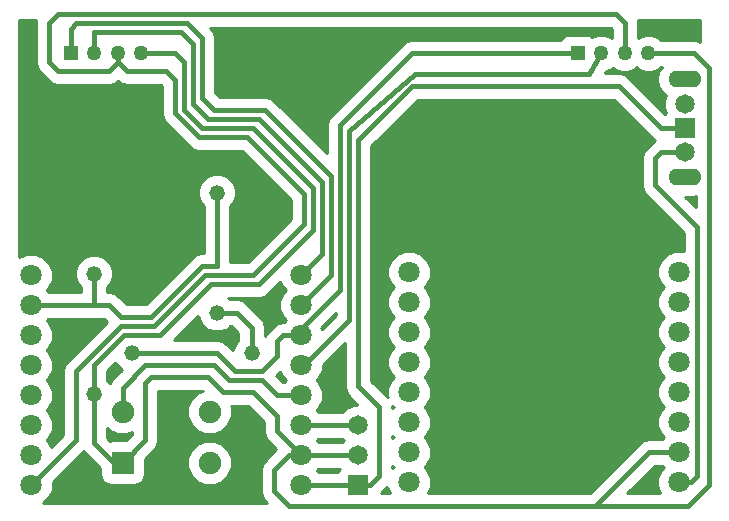
<source format=gbl>
G04 #@! TF.FileFunction,Copper,L2,Bot,Signal*
%FSLAX46Y46*%
G04 Gerber Fmt 4.6, Leading zero omitted, Abs format (unit mm)*
G04 Created by KiCad (PCBNEW 4.0.7) date Wed Oct 11 15:04:58 2017*
%MOMM*%
%LPD*%
G01*
G04 APERTURE LIST*
%ADD10C,0.200000*%
%ADD11C,1.800000*%
%ADD12R,1.270000X1.270000*%
%ADD13C,1.270000*%
%ADD14R,1.651000X1.651000*%
%ADD15C,1.651000*%
%ADD16R,1.905000X1.905000*%
%ADD17C,1.905000*%
%ADD18C,1.320800*%
%ADD19O,2.794000X1.397000*%
%ADD20C,0.400000*%
%ADD21C,0.254000*%
G04 APERTURE END LIST*
D10*
D11*
X70358000Y-99060000D03*
X93218000Y-99060000D03*
X70358000Y-96520000D03*
X93218000Y-96520000D03*
X70358000Y-93980000D03*
X93218000Y-93980000D03*
X70358000Y-91440000D03*
X93218000Y-91440000D03*
X70358000Y-88900000D03*
X93218000Y-88900000D03*
X70358000Y-86360000D03*
X93218000Y-86360000D03*
X70358000Y-83820000D03*
X93218000Y-83820000D03*
X70358000Y-81280000D03*
X93218000Y-81280000D03*
X38354000Y-99314000D03*
X61214000Y-99314000D03*
X38354000Y-96774000D03*
X61214000Y-96774000D03*
X38354000Y-94234000D03*
X61214000Y-94234000D03*
X38354000Y-91694000D03*
X61214000Y-91694000D03*
X38354000Y-89154000D03*
X61214000Y-89154000D03*
X38354000Y-86614000D03*
X61214000Y-86614000D03*
X38354000Y-84074000D03*
X61214000Y-84074000D03*
X38354000Y-81534000D03*
X61214000Y-81534000D03*
D12*
X41704260Y-62738000D03*
D13*
X43705780Y-62738000D03*
X45702220Y-62738000D03*
X47703740Y-62738000D03*
D14*
X66040000Y-99314000D03*
D15*
X66040000Y-96774000D03*
X66040000Y-94234000D03*
D12*
X84630260Y-62738000D03*
D13*
X86631780Y-62738000D03*
X88628220Y-62738000D03*
X90629740Y-62738000D03*
D16*
X46101000Y-97409000D03*
D17*
X46101000Y-93091000D03*
X53467000Y-93091000D03*
X53467000Y-97409000D03*
D18*
X43688000Y-91567000D03*
X43688000Y-81407000D03*
X54102000Y-74549000D03*
X54102000Y-84709000D03*
X57023000Y-88138000D03*
X46863000Y-88138000D03*
D15*
X93726000Y-67056000D03*
X93726000Y-71120000D03*
D14*
X93726000Y-69088000D03*
D19*
X93726000Y-64922400D03*
X93726000Y-73253600D03*
D20*
X66040000Y-99314000D02*
X67056000Y-99314000D01*
X91694000Y-69088000D02*
X93726000Y-69088000D01*
X88138000Y-65532000D02*
X91694000Y-69088000D01*
X70612000Y-65532000D02*
X88138000Y-65532000D01*
X66040000Y-70104000D02*
X70612000Y-65532000D01*
X66040000Y-90932000D02*
X66040000Y-70104000D01*
X67818000Y-92710000D02*
X66040000Y-90932000D01*
X67818000Y-98552000D02*
X67818000Y-92710000D01*
X67056000Y-99314000D02*
X67818000Y-98552000D01*
X61214000Y-99314000D02*
X66040000Y-99314000D01*
X61214000Y-94234000D02*
X66040000Y-94234000D01*
X93980000Y-101092000D02*
X86106000Y-101092000D01*
X95758000Y-99314000D02*
X93980000Y-101092000D01*
X95758000Y-64008000D02*
X95758000Y-99314000D01*
X94488000Y-62738000D02*
X95758000Y-64008000D01*
X90629740Y-62738000D02*
X94488000Y-62738000D01*
X61214000Y-96774000D02*
X60198000Y-96774000D01*
X90678000Y-96520000D02*
X93218000Y-96520000D01*
X86106000Y-101092000D02*
X90678000Y-96520000D01*
X60198000Y-101092000D02*
X86106000Y-101092000D01*
X58928000Y-99822000D02*
X60198000Y-101092000D01*
X58928000Y-98044000D02*
X58928000Y-99822000D01*
X60198000Y-96774000D02*
X58928000Y-98044000D01*
X61214000Y-96774000D02*
X66040000Y-96774000D01*
X46101000Y-97409000D02*
X48006000Y-95504000D01*
X59182000Y-94742000D02*
X61214000Y-96774000D01*
X59182000Y-93472000D02*
X59182000Y-94742000D01*
X57150000Y-91440000D02*
X59182000Y-93472000D01*
X54610000Y-91440000D02*
X57150000Y-91440000D01*
X53340000Y-90170000D02*
X54610000Y-91440000D01*
X48514000Y-90170000D02*
X53340000Y-90170000D01*
X48006000Y-90678000D02*
X48514000Y-90170000D01*
X48006000Y-95504000D02*
X48006000Y-90678000D01*
X46101000Y-97409000D02*
X45339000Y-97409000D01*
X45339000Y-97409000D02*
X43688000Y-95758000D01*
X43688000Y-95758000D02*
X43688000Y-91567000D01*
X47703740Y-62738000D02*
X50546000Y-62738000D01*
X43688000Y-89154000D02*
X43688000Y-91567000D01*
X46228000Y-86614000D02*
X43688000Y-89154000D01*
X49276000Y-86614000D02*
X46228000Y-86614000D01*
X53594000Y-82296000D02*
X49276000Y-86614000D01*
X57658000Y-82296000D02*
X53594000Y-82296000D01*
X62230000Y-77724000D02*
X57658000Y-82296000D01*
X62230000Y-74168000D02*
X62230000Y-77724000D01*
X57150000Y-69088000D02*
X62230000Y-74168000D01*
X52832000Y-69088000D02*
X57150000Y-69088000D01*
X51308000Y-67564000D02*
X52832000Y-69088000D01*
X51308000Y-63500000D02*
X51308000Y-67564000D01*
X50546000Y-62738000D02*
X51308000Y-63500000D01*
X41704260Y-62738000D02*
X41704260Y-60657740D01*
X63754000Y-81534000D02*
X61214000Y-84074000D01*
X63754000Y-73152000D02*
X63754000Y-81534000D01*
X58166000Y-67564000D02*
X63754000Y-73152000D01*
X53848000Y-67564000D02*
X58166000Y-67564000D01*
X52832000Y-66548000D02*
X53848000Y-67564000D01*
X52832000Y-61468000D02*
X52832000Y-66548000D01*
X51562000Y-60198000D02*
X52832000Y-61468000D01*
X42164000Y-60198000D02*
X51562000Y-60198000D01*
X41704260Y-60657740D02*
X42164000Y-60198000D01*
X43705780Y-62738000D02*
X43705780Y-60977780D01*
X62992000Y-79756000D02*
X61214000Y-81534000D01*
X62992000Y-73660000D02*
X62992000Y-79756000D01*
X57658000Y-68326000D02*
X62992000Y-73660000D01*
X53340000Y-68326000D02*
X57658000Y-68326000D01*
X52070000Y-67056000D02*
X53340000Y-68326000D01*
X52070000Y-66548000D02*
X52070000Y-67056000D01*
X52070000Y-61976000D02*
X52070000Y-66548000D01*
X51054000Y-60960000D02*
X52070000Y-61976000D01*
X43723560Y-60960000D02*
X51054000Y-60960000D01*
X43705780Y-60977780D02*
X43723560Y-60960000D01*
X45702220Y-62738000D02*
X45702220Y-63482220D01*
X42164000Y-95504000D02*
X38354000Y-99314000D01*
X42164000Y-89662000D02*
X42164000Y-95504000D01*
X45974000Y-85852000D02*
X42164000Y-89662000D01*
X48768000Y-85852000D02*
X45974000Y-85852000D01*
X53086000Y-81534000D02*
X48768000Y-85852000D01*
X57150000Y-81534000D02*
X53086000Y-81534000D01*
X61468000Y-77216000D02*
X57150000Y-81534000D01*
X61468000Y-74676000D02*
X61468000Y-77216000D01*
X56642000Y-69850000D02*
X61468000Y-74676000D01*
X52578000Y-69850000D02*
X56642000Y-69850000D01*
X50546000Y-67818000D02*
X52578000Y-69850000D01*
X50546000Y-65024000D02*
X50546000Y-67818000D01*
X49784000Y-64262000D02*
X50546000Y-65024000D01*
X46482000Y-64262000D02*
X49784000Y-64262000D01*
X45702220Y-63482220D02*
X46482000Y-64262000D01*
X45702220Y-62738000D02*
X45702220Y-63517780D01*
X45702220Y-63517780D02*
X44958000Y-64262000D01*
X44958000Y-64262000D02*
X40640000Y-64262000D01*
X40640000Y-64262000D02*
X39878000Y-63500000D01*
X39878000Y-63500000D02*
X39878000Y-60198000D01*
X39878000Y-60198000D02*
X40640000Y-59436000D01*
X40640000Y-59436000D02*
X87884000Y-59436000D01*
X87884000Y-59436000D02*
X88628220Y-60180220D01*
X88628220Y-60180220D02*
X88628220Y-62738000D01*
X61214000Y-86614000D02*
X61214000Y-86106000D01*
X61214000Y-86106000D02*
X64516000Y-82804000D01*
X70612000Y-62738000D02*
X84630260Y-62738000D01*
X64516000Y-68834000D02*
X70612000Y-62738000D01*
X64516000Y-82804000D02*
X64516000Y-68834000D01*
X46863000Y-88138000D02*
X54102000Y-88138000D01*
X59690000Y-86614000D02*
X61214000Y-86614000D01*
X59182000Y-87122000D02*
X59690000Y-86614000D01*
X59182000Y-88392000D02*
X59182000Y-87122000D01*
X57912000Y-89662000D02*
X59182000Y-88392000D01*
X55626000Y-89662000D02*
X57912000Y-89662000D01*
X54102000Y-88138000D02*
X55626000Y-89662000D01*
X61214000Y-89154000D02*
X61468000Y-89154000D01*
X61468000Y-89154000D02*
X65278000Y-85344000D01*
X65278000Y-85344000D02*
X65278000Y-69342000D01*
X65278000Y-69342000D02*
X70866000Y-64516000D01*
X70866000Y-64516000D02*
X85615780Y-64516000D01*
X85615780Y-64516000D02*
X86631780Y-62738000D01*
X43688000Y-81407000D02*
X43688000Y-84074000D01*
X38354000Y-84074000D02*
X43688000Y-84074000D01*
X43688000Y-84074000D02*
X44958000Y-84074000D01*
X54102000Y-80772000D02*
X54102000Y-74549000D01*
X52832000Y-80772000D02*
X54102000Y-80772000D01*
X48514000Y-85090000D02*
X52832000Y-80772000D01*
X45974000Y-85090000D02*
X48514000Y-85090000D01*
X44958000Y-84074000D02*
X45974000Y-85090000D01*
X54102000Y-84709000D02*
X55753000Y-84709000D01*
X57023000Y-85979000D02*
X57023000Y-88138000D01*
X55753000Y-84709000D02*
X57023000Y-85979000D01*
X46101000Y-93091000D02*
X46101000Y-91059000D01*
X59182000Y-91694000D02*
X61214000Y-91694000D01*
X57912000Y-90424000D02*
X59182000Y-91694000D01*
X55118000Y-90424000D02*
X57912000Y-90424000D01*
X53848000Y-89154000D02*
X55118000Y-90424000D01*
X48006000Y-89154000D02*
X53848000Y-89154000D01*
X46101000Y-91059000D02*
X48006000Y-89154000D01*
X93218000Y-99060000D02*
X94234000Y-99060000D01*
X91694000Y-71120000D02*
X93726000Y-71120000D01*
X91186000Y-71628000D02*
X91694000Y-71120000D01*
X91186000Y-73914000D02*
X91186000Y-71628000D01*
X94742000Y-77470000D02*
X91186000Y-73914000D01*
X94742000Y-98552000D02*
X94742000Y-77470000D01*
X94234000Y-99060000D02*
X94742000Y-98552000D01*
D21*
G36*
X52877242Y-91301060D02*
X52403739Y-91496708D01*
X51874566Y-92024958D01*
X51587827Y-92715504D01*
X51587174Y-93463216D01*
X51872708Y-94154261D01*
X52400958Y-94683434D01*
X53091504Y-94970173D01*
X53839216Y-94970826D01*
X54530261Y-94685292D01*
X55059434Y-94157042D01*
X55346173Y-93466496D01*
X55346826Y-92718784D01*
X55284110Y-92567000D01*
X56683182Y-92567000D01*
X58055000Y-93938818D01*
X58055000Y-94742000D01*
X58140788Y-95173284D01*
X58385091Y-95538909D01*
X59112182Y-96266000D01*
X58131091Y-97247091D01*
X57886788Y-97612716D01*
X57801000Y-98044000D01*
X57801000Y-99822000D01*
X57886788Y-100253284D01*
X58131091Y-100618909D01*
X58364182Y-100852000D01*
X39399339Y-100852000D01*
X39901952Y-100350264D01*
X40180682Y-99679007D01*
X40181204Y-99080614D01*
X42817318Y-96444501D01*
X42891091Y-96554909D01*
X44203339Y-97867158D01*
X44203339Y-98361500D01*
X44267978Y-98705026D01*
X44471001Y-99020533D01*
X44780779Y-99232196D01*
X45148500Y-99306661D01*
X47053500Y-99306661D01*
X47397026Y-99242022D01*
X47712533Y-99038999D01*
X47924196Y-98729221D01*
X47998661Y-98361500D01*
X47998661Y-97781216D01*
X51587174Y-97781216D01*
X51872708Y-98472261D01*
X52400958Y-99001434D01*
X53091504Y-99288173D01*
X53839216Y-99288826D01*
X54530261Y-99003292D01*
X55059434Y-98475042D01*
X55346173Y-97784496D01*
X55346826Y-97036784D01*
X55061292Y-96345739D01*
X54533042Y-95816566D01*
X53842496Y-95529827D01*
X53094784Y-95529174D01*
X52403739Y-95814708D01*
X51874566Y-96342958D01*
X51587827Y-97033504D01*
X51587174Y-97781216D01*
X47998661Y-97781216D01*
X47998661Y-97105157D01*
X48802909Y-96300909D01*
X49047212Y-95935284D01*
X49133000Y-95504000D01*
X49133000Y-91297000D01*
X52873182Y-91297000D01*
X52877242Y-91301060D01*
X52877242Y-91301060D01*
G37*
X52877242Y-91301060D02*
X52403739Y-91496708D01*
X51874566Y-92024958D01*
X51587827Y-92715504D01*
X51587174Y-93463216D01*
X51872708Y-94154261D01*
X52400958Y-94683434D01*
X53091504Y-94970173D01*
X53839216Y-94970826D01*
X54530261Y-94685292D01*
X55059434Y-94157042D01*
X55346173Y-93466496D01*
X55346826Y-92718784D01*
X55284110Y-92567000D01*
X56683182Y-92567000D01*
X58055000Y-93938818D01*
X58055000Y-94742000D01*
X58140788Y-95173284D01*
X58385091Y-95538909D01*
X59112182Y-96266000D01*
X58131091Y-97247091D01*
X57886788Y-97612716D01*
X57801000Y-98044000D01*
X57801000Y-99822000D01*
X57886788Y-100253284D01*
X58131091Y-100618909D01*
X58364182Y-100852000D01*
X39399339Y-100852000D01*
X39901952Y-100350264D01*
X40180682Y-99679007D01*
X40181204Y-99080614D01*
X42817318Y-96444501D01*
X42891091Y-96554909D01*
X44203339Y-97867158D01*
X44203339Y-98361500D01*
X44267978Y-98705026D01*
X44471001Y-99020533D01*
X44780779Y-99232196D01*
X45148500Y-99306661D01*
X47053500Y-99306661D01*
X47397026Y-99242022D01*
X47712533Y-99038999D01*
X47924196Y-98729221D01*
X47998661Y-98361500D01*
X47998661Y-97781216D01*
X51587174Y-97781216D01*
X51872708Y-98472261D01*
X52400958Y-99001434D01*
X53091504Y-99288173D01*
X53839216Y-99288826D01*
X54530261Y-99003292D01*
X55059434Y-98475042D01*
X55346173Y-97784496D01*
X55346826Y-97036784D01*
X55061292Y-96345739D01*
X54533042Y-95816566D01*
X53842496Y-95529827D01*
X53094784Y-95529174D01*
X52403739Y-95814708D01*
X51874566Y-96342958D01*
X51587827Y-97033504D01*
X51587174Y-97781216D01*
X47998661Y-97781216D01*
X47998661Y-97105157D01*
X48802909Y-96300909D01*
X49047212Y-95935284D01*
X49133000Y-95504000D01*
X49133000Y-91297000D01*
X52873182Y-91297000D01*
X52877242Y-91301060D01*
G36*
X91904231Y-97789962D02*
X91670048Y-98023736D01*
X91391318Y-98694993D01*
X91390684Y-99421818D01*
X91615122Y-99965000D01*
X88826818Y-99965000D01*
X91144819Y-97647000D01*
X91761519Y-97647000D01*
X91904231Y-97789962D01*
X91904231Y-97789962D01*
G37*
X91904231Y-97789962D02*
X91670048Y-98023736D01*
X91391318Y-98694993D01*
X91390684Y-99421818D01*
X91615122Y-99965000D01*
X88826818Y-99965000D01*
X91144819Y-97647000D01*
X91761519Y-97647000D01*
X91904231Y-97789962D01*
G36*
X68755122Y-99965000D02*
X67998818Y-99965000D01*
X68533993Y-99429826D01*
X68755122Y-99965000D01*
X68755122Y-99965000D01*
G37*
X68755122Y-99965000D02*
X67998818Y-99965000D01*
X68533993Y-99429826D01*
X68755122Y-99965000D01*
G36*
X90897090Y-69884909D02*
X91224983Y-70104000D01*
X90897090Y-70323091D01*
X90389091Y-70831091D01*
X90144788Y-71196716D01*
X90059000Y-71628000D01*
X90059000Y-73914000D01*
X90144788Y-74345284D01*
X90389091Y-74710909D01*
X93615000Y-77936819D01*
X93615000Y-79466603D01*
X93583007Y-79453318D01*
X92856182Y-79452684D01*
X92184440Y-79730242D01*
X91670048Y-80243736D01*
X91391318Y-80914993D01*
X91390684Y-81641818D01*
X91668242Y-82313560D01*
X91904231Y-82549962D01*
X91670048Y-82783736D01*
X91391318Y-83454993D01*
X91390684Y-84181818D01*
X91668242Y-84853560D01*
X91904231Y-85089962D01*
X91670048Y-85323736D01*
X91391318Y-85994993D01*
X91390684Y-86721818D01*
X91668242Y-87393560D01*
X91904231Y-87629962D01*
X91670048Y-87863736D01*
X91391318Y-88534993D01*
X91390684Y-89261818D01*
X91668242Y-89933560D01*
X91904231Y-90169962D01*
X91670048Y-90403736D01*
X91391318Y-91074993D01*
X91390684Y-91801818D01*
X91668242Y-92473560D01*
X91904231Y-92709962D01*
X91670048Y-92943736D01*
X91391318Y-93614993D01*
X91390684Y-94341818D01*
X91668242Y-95013560D01*
X91904231Y-95249962D01*
X91760943Y-95393000D01*
X90678000Y-95393000D01*
X90318270Y-95464555D01*
X90246715Y-95478788D01*
X89881090Y-95723091D01*
X85639182Y-99965000D01*
X71960458Y-99965000D01*
X72184682Y-99425007D01*
X72185316Y-98698182D01*
X71907758Y-98026440D01*
X71671769Y-97790038D01*
X71905952Y-97556264D01*
X72184682Y-96885007D01*
X72185316Y-96158182D01*
X71907758Y-95486440D01*
X71671769Y-95250038D01*
X71905952Y-95016264D01*
X72184682Y-94345007D01*
X72185316Y-93618182D01*
X71907758Y-92946440D01*
X71671769Y-92710038D01*
X71905952Y-92476264D01*
X72184682Y-91805007D01*
X72185316Y-91078182D01*
X71907758Y-90406440D01*
X71671769Y-90170038D01*
X71905952Y-89936264D01*
X72184682Y-89265007D01*
X72185316Y-88538182D01*
X71907758Y-87866440D01*
X71671769Y-87630038D01*
X71905952Y-87396264D01*
X72184682Y-86725007D01*
X72185316Y-85998182D01*
X71907758Y-85326440D01*
X71671769Y-85090038D01*
X71905952Y-84856264D01*
X72184682Y-84185007D01*
X72185316Y-83458182D01*
X71907758Y-82786440D01*
X71671769Y-82550038D01*
X71905952Y-82316264D01*
X72184682Y-81645007D01*
X72185316Y-80918182D01*
X71907758Y-80246440D01*
X71394264Y-79732048D01*
X70723007Y-79453318D01*
X69996182Y-79452684D01*
X69324440Y-79730242D01*
X68810048Y-80243736D01*
X68531318Y-80914993D01*
X68530684Y-81641818D01*
X68808242Y-82313560D01*
X69044231Y-82549962D01*
X68810048Y-82783736D01*
X68531318Y-83454993D01*
X68530684Y-84181818D01*
X68808242Y-84853560D01*
X69044231Y-85089962D01*
X68810048Y-85323736D01*
X68531318Y-85994993D01*
X68530684Y-86721818D01*
X68808242Y-87393560D01*
X69044231Y-87629962D01*
X68810048Y-87863736D01*
X68531318Y-88534993D01*
X68530684Y-89261818D01*
X68808242Y-89933560D01*
X69044231Y-90169962D01*
X68810048Y-90403736D01*
X68531318Y-91074993D01*
X68530684Y-91801818D01*
X68549729Y-91847910D01*
X67167000Y-90465182D01*
X67167000Y-70570818D01*
X71078819Y-66659000D01*
X87671182Y-66659000D01*
X90897090Y-69884909D01*
X90897090Y-69884909D01*
G37*
X90897090Y-69884909D02*
X91224983Y-70104000D01*
X90897090Y-70323091D01*
X90389091Y-70831091D01*
X90144788Y-71196716D01*
X90059000Y-71628000D01*
X90059000Y-73914000D01*
X90144788Y-74345284D01*
X90389091Y-74710909D01*
X93615000Y-77936819D01*
X93615000Y-79466603D01*
X93583007Y-79453318D01*
X92856182Y-79452684D01*
X92184440Y-79730242D01*
X91670048Y-80243736D01*
X91391318Y-80914993D01*
X91390684Y-81641818D01*
X91668242Y-82313560D01*
X91904231Y-82549962D01*
X91670048Y-82783736D01*
X91391318Y-83454993D01*
X91390684Y-84181818D01*
X91668242Y-84853560D01*
X91904231Y-85089962D01*
X91670048Y-85323736D01*
X91391318Y-85994993D01*
X91390684Y-86721818D01*
X91668242Y-87393560D01*
X91904231Y-87629962D01*
X91670048Y-87863736D01*
X91391318Y-88534993D01*
X91390684Y-89261818D01*
X91668242Y-89933560D01*
X91904231Y-90169962D01*
X91670048Y-90403736D01*
X91391318Y-91074993D01*
X91390684Y-91801818D01*
X91668242Y-92473560D01*
X91904231Y-92709962D01*
X91670048Y-92943736D01*
X91391318Y-93614993D01*
X91390684Y-94341818D01*
X91668242Y-95013560D01*
X91904231Y-95249962D01*
X91760943Y-95393000D01*
X90678000Y-95393000D01*
X90318270Y-95464555D01*
X90246715Y-95478788D01*
X89881090Y-95723091D01*
X85639182Y-99965000D01*
X71960458Y-99965000D01*
X72184682Y-99425007D01*
X72185316Y-98698182D01*
X71907758Y-98026440D01*
X71671769Y-97790038D01*
X71905952Y-97556264D01*
X72184682Y-96885007D01*
X72185316Y-96158182D01*
X71907758Y-95486440D01*
X71671769Y-95250038D01*
X71905952Y-95016264D01*
X72184682Y-94345007D01*
X72185316Y-93618182D01*
X71907758Y-92946440D01*
X71671769Y-92710038D01*
X71905952Y-92476264D01*
X72184682Y-91805007D01*
X72185316Y-91078182D01*
X71907758Y-90406440D01*
X71671769Y-90170038D01*
X71905952Y-89936264D01*
X72184682Y-89265007D01*
X72185316Y-88538182D01*
X71907758Y-87866440D01*
X71671769Y-87630038D01*
X71905952Y-87396264D01*
X72184682Y-86725007D01*
X72185316Y-85998182D01*
X71907758Y-85326440D01*
X71671769Y-85090038D01*
X71905952Y-84856264D01*
X72184682Y-84185007D01*
X72185316Y-83458182D01*
X71907758Y-82786440D01*
X71671769Y-82550038D01*
X71905952Y-82316264D01*
X72184682Y-81645007D01*
X72185316Y-80918182D01*
X71907758Y-80246440D01*
X71394264Y-79732048D01*
X70723007Y-79453318D01*
X69996182Y-79452684D01*
X69324440Y-79730242D01*
X68810048Y-80243736D01*
X68531318Y-80914993D01*
X68530684Y-81641818D01*
X68808242Y-82313560D01*
X69044231Y-82549962D01*
X68810048Y-82783736D01*
X68531318Y-83454993D01*
X68530684Y-84181818D01*
X68808242Y-84853560D01*
X69044231Y-85089962D01*
X68810048Y-85323736D01*
X68531318Y-85994993D01*
X68530684Y-86721818D01*
X68808242Y-87393560D01*
X69044231Y-87629962D01*
X68810048Y-87863736D01*
X68531318Y-88534993D01*
X68530684Y-89261818D01*
X68808242Y-89933560D01*
X69044231Y-90169962D01*
X68810048Y-90403736D01*
X68531318Y-91074993D01*
X68530684Y-91801818D01*
X68549729Y-91847910D01*
X67167000Y-90465182D01*
X67167000Y-70570818D01*
X71078819Y-66659000D01*
X87671182Y-66659000D01*
X90897090Y-69884909D01*
G36*
X64343804Y-98120779D02*
X64330394Y-98187000D01*
X62670481Y-98187000D01*
X62527769Y-98044038D01*
X62671057Y-97901000D01*
X64493973Y-97901000D01*
X64343804Y-98120779D01*
X64343804Y-98120779D01*
G37*
X64343804Y-98120779D02*
X64330394Y-98187000D01*
X62670481Y-98187000D01*
X62527769Y-98044038D01*
X62671057Y-97901000D01*
X64493973Y-97901000D01*
X64343804Y-98120779D01*
G36*
X69044231Y-97789962D02*
X68945000Y-97889020D01*
X68945000Y-97690557D01*
X69044231Y-97789962D01*
X69044231Y-97789962D01*
G37*
X69044231Y-97789962D02*
X68945000Y-97889020D01*
X68945000Y-97690557D01*
X69044231Y-97789962D01*
G36*
X44761182Y-85471000D02*
X41367091Y-88865091D01*
X41122788Y-89230716D01*
X41037000Y-89662000D01*
X41037000Y-95037181D01*
X40029477Y-96044704D01*
X39903758Y-95740440D01*
X39667769Y-95504038D01*
X39901952Y-95270264D01*
X40180682Y-94599007D01*
X40181316Y-93872182D01*
X39903758Y-93200440D01*
X39667769Y-92964038D01*
X39901952Y-92730264D01*
X40180682Y-92059007D01*
X40181316Y-91332182D01*
X39903758Y-90660440D01*
X39667769Y-90424038D01*
X39901952Y-90190264D01*
X40180682Y-89519007D01*
X40181316Y-88792182D01*
X39903758Y-88120440D01*
X39667769Y-87884038D01*
X39901952Y-87650264D01*
X40180682Y-86979007D01*
X40181316Y-86252182D01*
X39903758Y-85580440D01*
X39667769Y-85344038D01*
X39811057Y-85201000D01*
X44491182Y-85201000D01*
X44761182Y-85471000D01*
X44761182Y-85471000D01*
G37*
X44761182Y-85471000D02*
X41367091Y-88865091D01*
X41122788Y-89230716D01*
X41037000Y-89662000D01*
X41037000Y-95037181D01*
X40029477Y-96044704D01*
X39903758Y-95740440D01*
X39667769Y-95504038D01*
X39901952Y-95270264D01*
X40180682Y-94599007D01*
X40181316Y-93872182D01*
X39903758Y-93200440D01*
X39667769Y-92964038D01*
X39901952Y-92730264D01*
X40180682Y-92059007D01*
X40181316Y-91332182D01*
X39903758Y-90660440D01*
X39667769Y-90424038D01*
X39901952Y-90190264D01*
X40180682Y-89519007D01*
X40181316Y-88792182D01*
X39903758Y-88120440D01*
X39667769Y-87884038D01*
X39901952Y-87650264D01*
X40180682Y-86979007D01*
X40181316Y-86252182D01*
X39903758Y-85580440D01*
X39667769Y-85344038D01*
X39811057Y-85201000D01*
X44491182Y-85201000D01*
X44761182Y-85471000D01*
G36*
X64831589Y-95504054D02*
X64688393Y-95647000D01*
X62670481Y-95647000D01*
X62527769Y-95504038D01*
X62671057Y-95361000D01*
X64688785Y-95361000D01*
X64831589Y-95504054D01*
X64831589Y-95504054D01*
G37*
X64831589Y-95504054D02*
X64688393Y-95647000D01*
X62670481Y-95647000D01*
X62527769Y-95504038D01*
X62671057Y-95361000D01*
X64688785Y-95361000D01*
X64831589Y-95504054D01*
G36*
X45034958Y-94683434D02*
X45725504Y-94970173D01*
X46473216Y-94970826D01*
X46879000Y-94803159D01*
X46879000Y-95037182D01*
X46404843Y-95511339D01*
X45148500Y-95511339D01*
X45053107Y-95529288D01*
X44815000Y-95291182D01*
X44815000Y-94463092D01*
X45034958Y-94683434D01*
X45034958Y-94683434D01*
G37*
X45034958Y-94683434D02*
X45725504Y-94970173D01*
X46473216Y-94970826D01*
X46879000Y-94803159D01*
X46879000Y-95037182D01*
X46404843Y-95511339D01*
X45148500Y-95511339D01*
X45053107Y-95529288D01*
X44815000Y-95291182D01*
X44815000Y-94463092D01*
X45034958Y-94683434D01*
G36*
X69044231Y-95249962D02*
X68945000Y-95349020D01*
X68945000Y-95150557D01*
X69044231Y-95249962D01*
X69044231Y-95249962D01*
G37*
X69044231Y-95249962D02*
X68945000Y-95349020D01*
X68945000Y-95150557D01*
X69044231Y-95249962D01*
G36*
X64913000Y-90932000D02*
X64998788Y-91363284D01*
X65243091Y-91728909D01*
X65995642Y-92481460D01*
X65692935Y-92481196D01*
X65048585Y-92747436D01*
X64688393Y-93107000D01*
X62670481Y-93107000D01*
X62527769Y-92964038D01*
X62761952Y-92730264D01*
X63040682Y-92059007D01*
X63041316Y-91332182D01*
X62763758Y-90660440D01*
X62527769Y-90424038D01*
X62761952Y-90190264D01*
X63040682Y-89519007D01*
X63040982Y-89174836D01*
X64913000Y-87302819D01*
X64913000Y-90932000D01*
X64913000Y-90932000D01*
G37*
X64913000Y-90932000D02*
X64998788Y-91363284D01*
X65243091Y-91728909D01*
X65995642Y-92481460D01*
X65692935Y-92481196D01*
X65048585Y-92747436D01*
X64688393Y-93107000D01*
X62670481Y-93107000D01*
X62527769Y-92964038D01*
X62761952Y-92730264D01*
X63040682Y-92059007D01*
X63041316Y-91332182D01*
X62763758Y-90660440D01*
X62527769Y-90424038D01*
X62761952Y-90190264D01*
X63040682Y-89519007D01*
X63040982Y-89174836D01*
X64913000Y-87302819D01*
X64913000Y-90932000D01*
G36*
X69044231Y-92709962D02*
X68945000Y-92809020D01*
X68945000Y-92710000D01*
X68920297Y-92585811D01*
X69044231Y-92709962D01*
X69044231Y-92709962D01*
G37*
X69044231Y-92709962D02*
X68945000Y-92809020D01*
X68945000Y-92710000D01*
X68920297Y-92585811D01*
X69044231Y-92709962D01*
G36*
X45516483Y-89036015D02*
X45962636Y-89482948D01*
X46047850Y-89518332D01*
X45304091Y-90262091D01*
X45059788Y-90627716D01*
X45046034Y-90696859D01*
X45034517Y-90668985D01*
X44815000Y-90449084D01*
X44815000Y-89620818D01*
X45482368Y-88953450D01*
X45516483Y-89036015D01*
X45516483Y-89036015D01*
G37*
X45516483Y-89036015D02*
X45962636Y-89482948D01*
X46047850Y-89518332D01*
X45304091Y-90262091D01*
X45059788Y-90627716D01*
X45046034Y-90696859D01*
X45034517Y-90668985D01*
X44815000Y-90449084D01*
X44815000Y-89620818D01*
X45482368Y-88953450D01*
X45516483Y-89036015D01*
G36*
X59664242Y-90187560D02*
X59900231Y-90423962D01*
X59756943Y-90567000D01*
X59648819Y-90567000D01*
X59124818Y-90043000D01*
X59464258Y-89703561D01*
X59664242Y-90187560D01*
X59664242Y-90187560D01*
G37*
X59664242Y-90187560D02*
X59900231Y-90423962D01*
X59756943Y-90567000D01*
X59648819Y-90567000D01*
X59124818Y-90043000D01*
X59464258Y-89703561D01*
X59664242Y-90187560D01*
G36*
X52514325Y-85023368D02*
X52755483Y-85607015D01*
X53201636Y-86053948D01*
X53784861Y-86296124D01*
X54416368Y-86296675D01*
X55000015Y-86055517D01*
X55219916Y-85836000D01*
X55286182Y-85836000D01*
X55896000Y-86445819D01*
X55896000Y-87020068D01*
X55678052Y-87237636D01*
X55435876Y-87820861D01*
X55435826Y-87878008D01*
X54898909Y-87341091D01*
X54533284Y-87096788D01*
X54102000Y-87011000D01*
X50472818Y-87011000D01*
X52514372Y-84969446D01*
X52514325Y-85023368D01*
X52514325Y-85023368D01*
G37*
X52514325Y-85023368D02*
X52755483Y-85607015D01*
X53201636Y-86053948D01*
X53784861Y-86296124D01*
X54416368Y-86296675D01*
X55000015Y-86055517D01*
X55219916Y-85836000D01*
X55286182Y-85836000D01*
X55896000Y-86445819D01*
X55896000Y-87020068D01*
X55678052Y-87237636D01*
X55435876Y-87820861D01*
X55435826Y-87878008D01*
X54898909Y-87341091D01*
X54533284Y-87096788D01*
X54102000Y-87011000D01*
X50472818Y-87011000D01*
X52514372Y-84969446D01*
X52514325Y-85023368D01*
G36*
X59664242Y-82567560D02*
X59900231Y-82803962D01*
X59666048Y-83037736D01*
X59387318Y-83708993D01*
X59386684Y-84435818D01*
X59664242Y-85107560D01*
X59900231Y-85343962D01*
X59756943Y-85487000D01*
X59690000Y-85487000D01*
X59330270Y-85558555D01*
X59258715Y-85572788D01*
X58893090Y-85817091D01*
X58385091Y-86325091D01*
X58150000Y-86676929D01*
X58150000Y-85979000D01*
X58064212Y-85547716D01*
X58046551Y-85521284D01*
X57819909Y-85182090D01*
X56549909Y-83912091D01*
X56184284Y-83667788D01*
X55753000Y-83582000D01*
X55219932Y-83582000D01*
X55061209Y-83423000D01*
X57658000Y-83423000D01*
X58089284Y-83337212D01*
X58454909Y-83092909D01*
X59464258Y-82083561D01*
X59664242Y-82567560D01*
X59664242Y-82567560D01*
G37*
X59664242Y-82567560D02*
X59900231Y-82803962D01*
X59666048Y-83037736D01*
X59387318Y-83708993D01*
X59386684Y-84435818D01*
X59664242Y-85107560D01*
X59900231Y-85343962D01*
X59756943Y-85487000D01*
X59690000Y-85487000D01*
X59330270Y-85558555D01*
X59258715Y-85572788D01*
X58893090Y-85817091D01*
X58385091Y-86325091D01*
X58150000Y-86676929D01*
X58150000Y-85979000D01*
X58064212Y-85547716D01*
X58046551Y-85521284D01*
X57819909Y-85182090D01*
X56549909Y-83912091D01*
X56184284Y-83667788D01*
X55753000Y-83582000D01*
X55219932Y-83582000D01*
X55061209Y-83423000D01*
X57658000Y-83423000D01*
X58089284Y-83337212D01*
X58454909Y-83092909D01*
X59464258Y-82083561D01*
X59664242Y-82567560D01*
G36*
X64151000Y-84877181D02*
X62963742Y-86064439D01*
X62930304Y-85983514D01*
X64151000Y-84762818D01*
X64151000Y-84877181D01*
X64151000Y-84877181D01*
G37*
X64151000Y-84877181D02*
X62963742Y-86064439D01*
X62930304Y-85983514D01*
X64151000Y-84762818D01*
X64151000Y-84877181D01*
G36*
X38751000Y-60198000D02*
X38751000Y-63500000D01*
X38836788Y-63931284D01*
X39081091Y-64296909D01*
X39843091Y-65058910D01*
X40208716Y-65303212D01*
X40640000Y-65389000D01*
X44958000Y-65389000D01*
X45389284Y-65303212D01*
X45719999Y-65082235D01*
X46050715Y-65303212D01*
X46099466Y-65312909D01*
X46482000Y-65389000D01*
X49317182Y-65389000D01*
X49419000Y-65490819D01*
X49419000Y-67818000D01*
X49504788Y-68249284D01*
X49749091Y-68614909D01*
X51781091Y-70646909D01*
X52146716Y-70891212D01*
X52578000Y-70977000D01*
X56175182Y-70977000D01*
X60341000Y-75142819D01*
X60341000Y-76749182D01*
X56683182Y-80407000D01*
X55229000Y-80407000D01*
X55229000Y-75666932D01*
X55446948Y-75449364D01*
X55689124Y-74866139D01*
X55689675Y-74234632D01*
X55448517Y-73650985D01*
X55002364Y-73204052D01*
X54419139Y-72961876D01*
X53787632Y-72961325D01*
X53203985Y-73202483D01*
X52757052Y-73648636D01*
X52514876Y-74231861D01*
X52514325Y-74863368D01*
X52755483Y-75447015D01*
X52975000Y-75666916D01*
X52975000Y-79645000D01*
X52832000Y-79645000D01*
X52403461Y-79730242D01*
X52400716Y-79730788D01*
X52035091Y-79975091D01*
X48047182Y-83963000D01*
X46440818Y-83963000D01*
X45754909Y-83277091D01*
X45389284Y-83032788D01*
X44958000Y-82947000D01*
X44815000Y-82947000D01*
X44815000Y-82524932D01*
X45032948Y-82307364D01*
X45275124Y-81724139D01*
X45275675Y-81092632D01*
X45034517Y-80508985D01*
X44588364Y-80062052D01*
X44005139Y-79819876D01*
X43373632Y-79819325D01*
X42789985Y-80060483D01*
X42343052Y-80506636D01*
X42100876Y-81089861D01*
X42100325Y-81721368D01*
X42341483Y-82305015D01*
X42561000Y-82524916D01*
X42561000Y-82947000D01*
X39810481Y-82947000D01*
X39667769Y-82804038D01*
X39901952Y-82570264D01*
X40180682Y-81899007D01*
X40181316Y-81172182D01*
X39903758Y-80500440D01*
X39390264Y-79986048D01*
X38719007Y-79707318D01*
X37992182Y-79706684D01*
X37324000Y-79982771D01*
X37324000Y-59930000D01*
X38804309Y-59930000D01*
X38751000Y-60198000D01*
X38751000Y-60198000D01*
G37*
X38751000Y-60198000D02*
X38751000Y-63500000D01*
X38836788Y-63931284D01*
X39081091Y-64296909D01*
X39843091Y-65058910D01*
X40208716Y-65303212D01*
X40640000Y-65389000D01*
X44958000Y-65389000D01*
X45389284Y-65303212D01*
X45719999Y-65082235D01*
X46050715Y-65303212D01*
X46099466Y-65312909D01*
X46482000Y-65389000D01*
X49317182Y-65389000D01*
X49419000Y-65490819D01*
X49419000Y-67818000D01*
X49504788Y-68249284D01*
X49749091Y-68614909D01*
X51781091Y-70646909D01*
X52146716Y-70891212D01*
X52578000Y-70977000D01*
X56175182Y-70977000D01*
X60341000Y-75142819D01*
X60341000Y-76749182D01*
X56683182Y-80407000D01*
X55229000Y-80407000D01*
X55229000Y-75666932D01*
X55446948Y-75449364D01*
X55689124Y-74866139D01*
X55689675Y-74234632D01*
X55448517Y-73650985D01*
X55002364Y-73204052D01*
X54419139Y-72961876D01*
X53787632Y-72961325D01*
X53203985Y-73202483D01*
X52757052Y-73648636D01*
X52514876Y-74231861D01*
X52514325Y-74863368D01*
X52755483Y-75447015D01*
X52975000Y-75666916D01*
X52975000Y-79645000D01*
X52832000Y-79645000D01*
X52403461Y-79730242D01*
X52400716Y-79730788D01*
X52035091Y-79975091D01*
X48047182Y-83963000D01*
X46440818Y-83963000D01*
X45754909Y-83277091D01*
X45389284Y-83032788D01*
X44958000Y-82947000D01*
X44815000Y-82947000D01*
X44815000Y-82524932D01*
X45032948Y-82307364D01*
X45275124Y-81724139D01*
X45275675Y-81092632D01*
X45034517Y-80508985D01*
X44588364Y-80062052D01*
X44005139Y-79819876D01*
X43373632Y-79819325D01*
X42789985Y-80060483D01*
X42343052Y-80506636D01*
X42100876Y-81089861D01*
X42100325Y-81721368D01*
X42341483Y-82305015D01*
X42561000Y-82524916D01*
X42561000Y-82947000D01*
X39810481Y-82947000D01*
X39667769Y-82804038D01*
X39901952Y-82570264D01*
X40180682Y-81899007D01*
X40181316Y-81172182D01*
X39903758Y-80500440D01*
X39390264Y-79986048D01*
X38719007Y-79707318D01*
X37992182Y-79706684D01*
X37324000Y-79982771D01*
X37324000Y-59930000D01*
X38804309Y-59930000D01*
X38751000Y-60198000D01*
G36*
X94631000Y-75765181D02*
X93744918Y-74879100D01*
X94470030Y-74879100D01*
X94631000Y-74847081D01*
X94631000Y-75765181D01*
X94631000Y-75765181D01*
G37*
X94631000Y-75765181D02*
X93744918Y-74879100D01*
X94470030Y-74879100D01*
X94631000Y-74847081D01*
X94631000Y-75765181D01*
G36*
X87501220Y-60647038D02*
X87501220Y-61407715D01*
X86943844Y-61176272D01*
X86322442Y-61175730D01*
X85841200Y-61374575D01*
X85632981Y-61232304D01*
X85265260Y-61157839D01*
X83995260Y-61157839D01*
X83651734Y-61222478D01*
X83336227Y-61425501D01*
X83209481Y-61611000D01*
X70612000Y-61611000D01*
X70180716Y-61696788D01*
X69815091Y-61941091D01*
X63719091Y-68037091D01*
X63474788Y-68402716D01*
X63389000Y-68834000D01*
X63389000Y-71193181D01*
X58962909Y-66767091D01*
X58597284Y-66522788D01*
X58166000Y-66437000D01*
X54314818Y-66437000D01*
X53959000Y-66081182D01*
X53959000Y-61468000D01*
X53873212Y-61036716D01*
X53628909Y-60671090D01*
X53520819Y-60563000D01*
X87417182Y-60563000D01*
X87501220Y-60647038D01*
X87501220Y-60647038D01*
G37*
X87501220Y-60647038D02*
X87501220Y-61407715D01*
X86943844Y-61176272D01*
X86322442Y-61175730D01*
X85841200Y-61374575D01*
X85632981Y-61232304D01*
X85265260Y-61157839D01*
X83995260Y-61157839D01*
X83651734Y-61222478D01*
X83336227Y-61425501D01*
X83209481Y-61611000D01*
X70612000Y-61611000D01*
X70180716Y-61696788D01*
X69815091Y-61941091D01*
X63719091Y-68037091D01*
X63474788Y-68402716D01*
X63389000Y-68834000D01*
X63389000Y-71193181D01*
X58962909Y-66767091D01*
X58597284Y-66522788D01*
X58166000Y-66437000D01*
X54314818Y-66437000D01*
X53959000Y-66081182D01*
X53959000Y-61468000D01*
X53873212Y-61036716D01*
X53628909Y-60671090D01*
X53520819Y-60563000D01*
X87417182Y-60563000D01*
X87501220Y-60647038D01*
G36*
X91480204Y-64300348D02*
X91356470Y-64922400D01*
X91480204Y-65544452D01*
X91832568Y-66071802D01*
X92149235Y-66283392D01*
X91973804Y-66705877D01*
X91973196Y-67403065D01*
X92121137Y-67761109D01*
X92056105Y-67856286D01*
X88934909Y-64735091D01*
X88569284Y-64490788D01*
X88138000Y-64405000D01*
X86977232Y-64405000D01*
X87066738Y-64248365D01*
X87515426Y-64062971D01*
X87629814Y-63948782D01*
X87742263Y-64061427D01*
X88316156Y-64299728D01*
X88937558Y-64300270D01*
X89511866Y-64062971D01*
X89628799Y-63946242D01*
X89743783Y-64061427D01*
X90317676Y-64299728D01*
X90939078Y-64300270D01*
X91513386Y-64062971D01*
X91711703Y-63865000D01*
X91771094Y-63865000D01*
X91480204Y-64300348D01*
X91480204Y-64300348D01*
G37*
X91480204Y-64300348D02*
X91356470Y-64922400D01*
X91480204Y-65544452D01*
X91832568Y-66071802D01*
X92149235Y-66283392D01*
X91973804Y-66705877D01*
X91973196Y-67403065D01*
X92121137Y-67761109D01*
X92056105Y-67856286D01*
X88934909Y-64735091D01*
X88569284Y-64490788D01*
X88138000Y-64405000D01*
X86977232Y-64405000D01*
X87066738Y-64248365D01*
X87515426Y-64062971D01*
X87629814Y-63948782D01*
X87742263Y-64061427D01*
X88316156Y-64299728D01*
X88937558Y-64300270D01*
X89511866Y-64062971D01*
X89628799Y-63946242D01*
X89743783Y-64061427D01*
X90317676Y-64299728D01*
X90939078Y-64300270D01*
X91513386Y-64062971D01*
X91711703Y-63865000D01*
X91771094Y-63865000D01*
X91480204Y-64300348D01*
G36*
X95010000Y-61757403D02*
X94919284Y-61696788D01*
X94488000Y-61611000D01*
X91711781Y-61611000D01*
X91515697Y-61414573D01*
X90941804Y-61176272D01*
X90320402Y-61175730D01*
X89755220Y-61409258D01*
X89755220Y-60180220D01*
X89705448Y-59930000D01*
X95010000Y-59930000D01*
X95010000Y-61757403D01*
X95010000Y-61757403D01*
G37*
X95010000Y-61757403D02*
X94919284Y-61696788D01*
X94488000Y-61611000D01*
X91711781Y-61611000D01*
X91515697Y-61414573D01*
X90941804Y-61176272D01*
X90320402Y-61175730D01*
X89755220Y-61409258D01*
X89755220Y-60180220D01*
X89705448Y-59930000D01*
X95010000Y-59930000D01*
X95010000Y-61757403D01*
M02*

</source>
